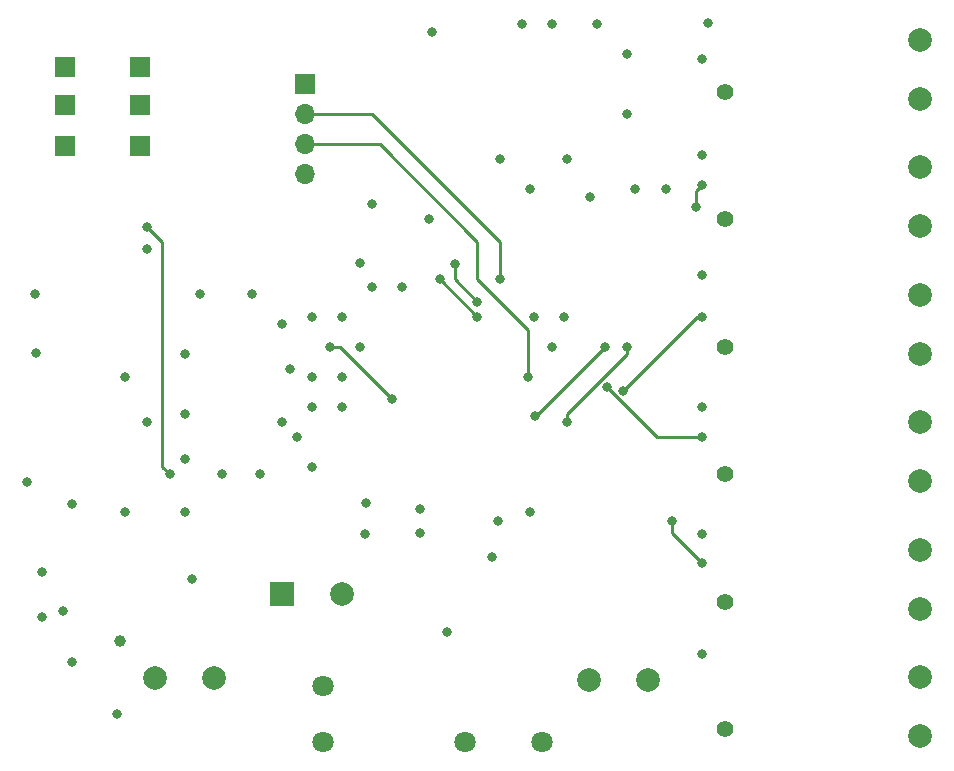
<source format=gbl>
G04 #@! TF.GenerationSoftware,KiCad,Pcbnew,5.1.10-88a1d61d58~90~ubuntu20.04.1*
G04 #@! TF.CreationDate,2021-08-15T15:07:41+03:00*
G04 #@! TF.ProjectId,DepremSanat,44657072-656d-4536-916e-61742e6b6963,rev?*
G04 #@! TF.SameCoordinates,Original*
G04 #@! TF.FileFunction,Copper,L4,Bot*
G04 #@! TF.FilePolarity,Positive*
%FSLAX46Y46*%
G04 Gerber Fmt 4.6, Leading zero omitted, Abs format (unit mm)*
G04 Created by KiCad (PCBNEW 5.1.10-88a1d61d58~90~ubuntu20.04.1) date 2021-08-15 15:07:41*
%MOMM*%
%LPD*%
G01*
G04 APERTURE LIST*
G04 #@! TA.AperFunction,ComponentPad*
%ADD10C,1.800000*%
G04 #@! TD*
G04 #@! TA.AperFunction,ComponentPad*
%ADD11C,2.000000*%
G04 #@! TD*
G04 #@! TA.AperFunction,ComponentPad*
%ADD12R,1.800000X1.800000*%
G04 #@! TD*
G04 #@! TA.AperFunction,ComponentPad*
%ADD13O,1.700000X1.700000*%
G04 #@! TD*
G04 #@! TA.AperFunction,ComponentPad*
%ADD14R,1.700000X1.700000*%
G04 #@! TD*
G04 #@! TA.AperFunction,ComponentPad*
%ADD15R,2.000000X2.000000*%
G04 #@! TD*
G04 #@! TA.AperFunction,ViaPad*
%ADD16C,0.800000*%
G04 #@! TD*
G04 #@! TA.AperFunction,ViaPad*
%ADD17C,1.400000*%
G04 #@! TD*
G04 #@! TA.AperFunction,ViaPad*
%ADD18C,1.000000*%
G04 #@! TD*
G04 #@! TA.AperFunction,Conductor*
%ADD19C,0.250000*%
G04 #@! TD*
G04 APERTURE END LIST*
D10*
X132990000Y-119825000D03*
X151490000Y-119825000D03*
X144990000Y-119825000D03*
X132990000Y-115125000D03*
D11*
X155488000Y-114554000D03*
X160488000Y-114554000D03*
X118785000Y-114427000D03*
X123785000Y-114427000D03*
D12*
X111150000Y-69390000D03*
X111150000Y-65890000D03*
X117450000Y-69390000D03*
X117450000Y-65890000D03*
X111150000Y-62690000D03*
X117450000Y-62690000D03*
D11*
X183515000Y-119340000D03*
X183515000Y-114340000D03*
X183515000Y-108545000D03*
X183515000Y-103545000D03*
X183515000Y-97750000D03*
X183515000Y-92750000D03*
X183515000Y-86955000D03*
X183515000Y-81955000D03*
X183515000Y-76160000D03*
X183515000Y-71160000D03*
X183515000Y-65365000D03*
X183515000Y-60365000D03*
D13*
X131445000Y-71755000D03*
X131445000Y-69215000D03*
X131445000Y-66675000D03*
D14*
X131445000Y-64135000D03*
D11*
X134540000Y-107315000D03*
D15*
X129540000Y-107315000D03*
D16*
X132080000Y-91440000D03*
X134620000Y-88900000D03*
X118110000Y-78105000D03*
X118110000Y-92710000D03*
X116205000Y-88900000D03*
X111760000Y-99695000D03*
X121285000Y-100330000D03*
X147320000Y-104140000D03*
X150495000Y-100330000D03*
X136525000Y-102235000D03*
X136652000Y-99568000D03*
X134620000Y-83820000D03*
X139700000Y-81280000D03*
X150876000Y-83820000D03*
X153416000Y-83820000D03*
X108712000Y-86868000D03*
X136144000Y-79248000D03*
D17*
X167005000Y-118745000D03*
X167005000Y-107950000D03*
X167005000Y-97155000D03*
X167005000Y-86360000D03*
X167005000Y-75565000D03*
X167005000Y-64770000D03*
D16*
X110929437Y-108725010D03*
X142240000Y-59690000D03*
X156210000Y-59055000D03*
X153670000Y-70485000D03*
X147955000Y-70485000D03*
X152400000Y-59055000D03*
X158750000Y-66675000D03*
X115570000Y-117475000D03*
X111760000Y-113030000D03*
X143510000Y-110490000D03*
X132080000Y-88900000D03*
X130175000Y-88265000D03*
X129540000Y-84455000D03*
X127000000Y-81915000D03*
X122555000Y-81915000D03*
X121285000Y-86995000D03*
X121285000Y-92075000D03*
X121285000Y-95885000D03*
X124460000Y-97155000D03*
X127635000Y-97155000D03*
X129540000Y-92710000D03*
X134620000Y-91440000D03*
X130810000Y-93980000D03*
X116205000Y-100330000D03*
X141224000Y-100076000D03*
X141224000Y-102108000D03*
X147828000Y-101092000D03*
X136144000Y-86360000D03*
X137160000Y-81280000D03*
X132080000Y-83820000D03*
X162015010Y-73025000D03*
X159385000Y-73025000D03*
X155575000Y-73660000D03*
X150495000Y-73025000D03*
X137160000Y-74295000D03*
X141980925Y-75553377D03*
X149860000Y-59055000D03*
X158750000Y-61595000D03*
X152400000Y-86360000D03*
X108585000Y-81915000D03*
X107950000Y-97790000D03*
X132080000Y-96520000D03*
D18*
X115824000Y-111252000D03*
D16*
X165608000Y-58928000D03*
X165100000Y-70104000D03*
X165100000Y-80264000D03*
X165100000Y-91440000D03*
X165100000Y-102235000D03*
X165100000Y-112395000D03*
X121920000Y-106045000D03*
X109220000Y-109220000D03*
X109220000Y-105410000D03*
X133604000Y-86360000D03*
X138839303Y-90776496D03*
X150359255Y-88885141D03*
X147955000Y-80645000D03*
X165100000Y-61976000D03*
X165100000Y-72644000D03*
X164560552Y-74536226D03*
X165100000Y-83820000D03*
X158403563Y-90068244D03*
X165100000Y-93980000D03*
X157040160Y-89730160D03*
X165100000Y-104648000D03*
X162560000Y-101092000D03*
X153670000Y-92710000D03*
X158750000Y-86360000D03*
X156845000Y-86360000D03*
X150950467Y-92201828D03*
X146050000Y-82550000D03*
X144145000Y-79375000D03*
X146050000Y-83820000D03*
X142875000Y-80645000D03*
X120015000Y-97155000D03*
X118110000Y-76200000D03*
D19*
X134422807Y-86360000D02*
X133604000Y-86360000D01*
X138839303Y-90776496D02*
X134422807Y-86360000D01*
X150353141Y-88885141D02*
X150359255Y-88885141D01*
X150359255Y-88885141D02*
X150359255Y-84954255D01*
X150359255Y-84954255D02*
X146050000Y-80645000D01*
X146050000Y-80645000D02*
X146050000Y-77470000D01*
X137795000Y-69215000D02*
X131445000Y-69215000D01*
X146050000Y-77470000D02*
X137795000Y-69215000D01*
X147955000Y-80645000D02*
X147955000Y-77470000D01*
X137160000Y-66675000D02*
X131445000Y-66675000D01*
X147955000Y-77470000D02*
X137160000Y-66675000D01*
X164560552Y-73183448D02*
X165100000Y-72644000D01*
X164560552Y-74536226D02*
X164560552Y-73183448D01*
X164651807Y-83820000D02*
X165100000Y-83820000D01*
X158403563Y-90068244D02*
X164651807Y-83820000D01*
X165100000Y-93980000D02*
X161290000Y-93980000D01*
X161290000Y-93980000D02*
X157040160Y-89730160D01*
X165100000Y-104648000D02*
X162560000Y-102108000D01*
X162560000Y-102108000D02*
X162560000Y-101092000D01*
X153670000Y-92710000D02*
X153670000Y-92075000D01*
X158750000Y-86995000D02*
X158750000Y-86360000D01*
X153670000Y-92075000D02*
X158750000Y-86995000D01*
X154552375Y-88643697D02*
X150994244Y-92201828D01*
X156845000Y-86360000D02*
X151003172Y-92201828D01*
X150994244Y-92201828D02*
X150950467Y-92201828D01*
X151003172Y-92201828D02*
X150950467Y-92201828D01*
X144145000Y-80645000D02*
X144145000Y-79375000D01*
X146050000Y-82550000D02*
X144145000Y-80645000D01*
X146050000Y-83820000D02*
X142875000Y-80645000D01*
X120015000Y-97155000D02*
X119380000Y-96520000D01*
X119380000Y-77470000D02*
X118110000Y-76200000D01*
X119380000Y-96520000D02*
X119380000Y-77470000D01*
M02*

</source>
